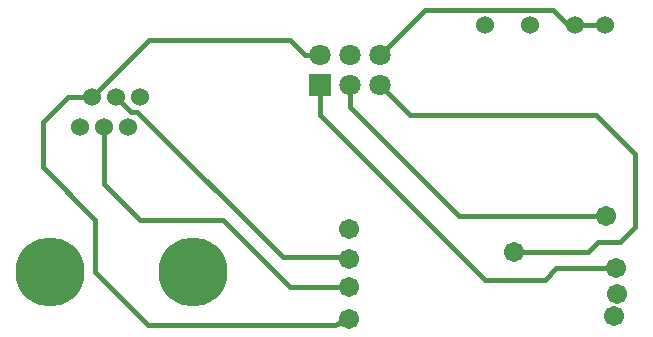
<source format=gtl>
G75*
%MOIN*%
%OFA0B0*%
%FSLAX24Y24*%
%IPPOS*%
%LPD*%
%AMOC8*
5,1,8,0,0,1.08239X$1,22.5*
%
%ADD10C,0.0600*%
%ADD11R,0.0760X0.0760*%
%ADD12C,0.0709*%
%ADD13C,0.0675*%
%ADD14C,0.0160*%
%ADD15C,0.2300*%
D10*
X003096Y007694D03*
X003899Y007694D03*
X004702Y007694D03*
X004301Y008694D03*
X005104Y008694D03*
X003498Y008694D03*
X016600Y011100D03*
X018100Y011100D03*
X019600Y011100D03*
X020600Y011100D03*
D11*
X011100Y009100D03*
D12*
X012100Y009100D03*
X013100Y009100D03*
X013100Y010100D03*
X012100Y010100D03*
X011100Y010100D03*
D13*
X020620Y004730D03*
X017570Y003520D03*
X020970Y003000D03*
X021010Y002140D03*
X020900Y001410D03*
X012050Y001300D03*
X012050Y002350D03*
X012050Y003300D03*
X012050Y004300D03*
D14*
X011750Y003350D02*
X012050Y003300D01*
X011750Y003350D02*
X009850Y003350D01*
X005000Y008200D01*
X004795Y008200D01*
X004301Y008694D01*
X003498Y008694D02*
X005403Y010600D01*
X010100Y010600D01*
X010600Y010100D01*
X011100Y010100D01*
X011100Y009100D02*
X011100Y008100D01*
X016600Y002600D01*
X018600Y002600D01*
X018980Y002980D01*
X020970Y003000D01*
X020350Y003850D02*
X020020Y003520D01*
X017570Y003520D01*
X015720Y004730D02*
X020620Y004730D01*
X021100Y003850D02*
X021600Y004350D01*
X021600Y006800D01*
X020300Y008100D01*
X014100Y008100D01*
X013100Y009100D01*
X012100Y009100D02*
X012100Y008350D01*
X015720Y004730D01*
X012050Y002350D02*
X011850Y002350D01*
X012050Y002350D02*
X010100Y002350D01*
X007850Y004600D01*
X005100Y004600D01*
X003899Y005801D01*
X003899Y007694D01*
X003498Y008694D02*
X002694Y008694D01*
X001850Y007850D01*
X001850Y006350D01*
X003600Y004600D01*
X003600Y002850D01*
X005350Y001100D01*
X011600Y001100D01*
X012050Y001300D01*
X020350Y003850D02*
X021100Y003850D01*
X014600Y011600D02*
X013100Y010100D01*
X014600Y011600D02*
X018850Y011600D01*
X019350Y011100D01*
X019600Y011100D01*
X020600Y011100D01*
D15*
X002100Y002850D03*
X006850Y002850D03*
M02*

</source>
